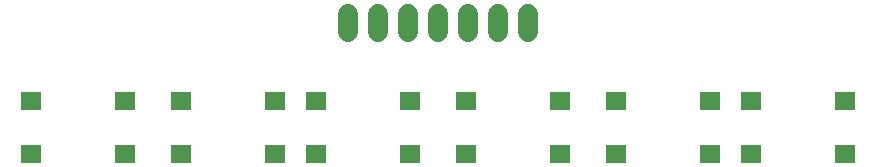
<source format=gts>
G75*
%MOIN*%
%OFA0B0*%
%FSLAX25Y25*%
%IPPOS*%
%LPD*%
%AMOC8*
5,1,8,0,0,1.08239X$1,22.5*
%
%ADD10C,0.06800*%
%ADD11R,0.06902X0.05918*%
D10*
X0126367Y0058367D02*
X0126367Y0064367D01*
X0136367Y0064367D02*
X0136367Y0058367D01*
X0146367Y0058367D02*
X0146367Y0064367D01*
X0156367Y0064367D02*
X0156367Y0058367D01*
X0166367Y0058367D02*
X0166367Y0064367D01*
X0176367Y0064367D02*
X0176367Y0058367D01*
X0186367Y0058367D02*
X0186367Y0064367D01*
D11*
X0020717Y0017509D03*
X0052017Y0017509D03*
X0070717Y0017509D03*
X0102017Y0017509D03*
X0115717Y0017509D03*
X0147017Y0017509D03*
X0165717Y0017509D03*
X0197017Y0017509D03*
X0215717Y0017509D03*
X0247017Y0017509D03*
X0260717Y0017509D03*
X0292017Y0017509D03*
X0292017Y0035225D03*
X0260717Y0035225D03*
X0247017Y0035225D03*
X0215717Y0035225D03*
X0197017Y0035225D03*
X0165717Y0035225D03*
X0147017Y0035225D03*
X0115717Y0035225D03*
X0102017Y0035225D03*
X0070717Y0035225D03*
X0052017Y0035225D03*
X0020717Y0035225D03*
M02*

</source>
